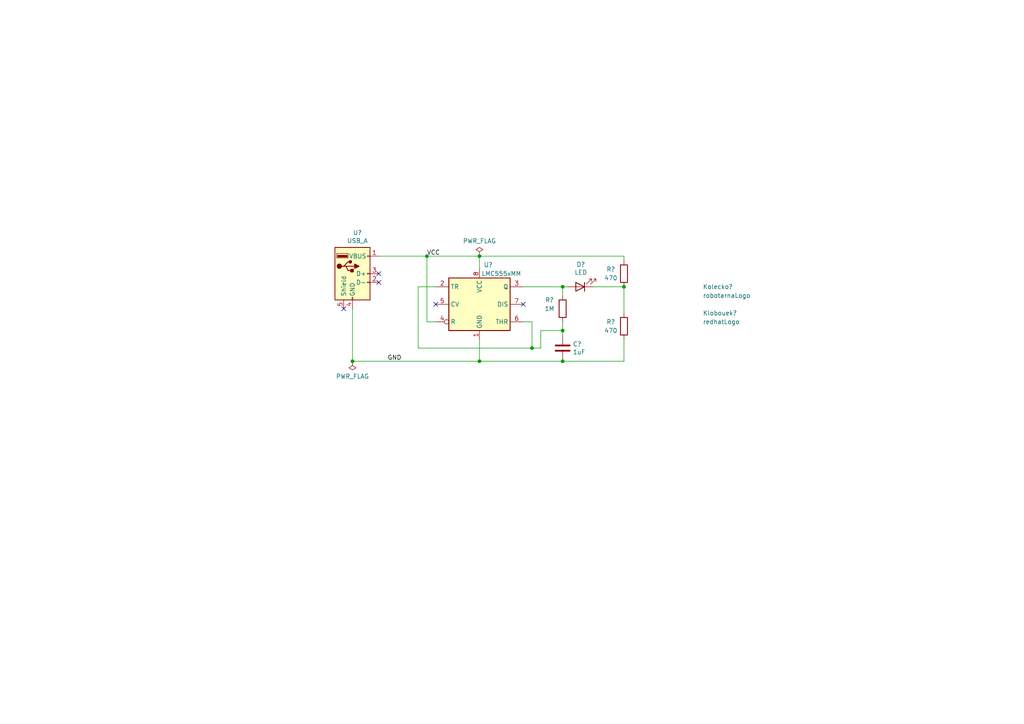
<source format=kicad_sch>
(kicad_sch (version 20211123) (generator eeschema)
  (paper "A4")
  (lib_symbols
    (symbol "Device:C" (pin_numbers hide) (pin_names (offset 0.254))
      (property "Reference" "C" (at 0.635 2.54 0))
      (property "Value" "C" (at 0.635 -2.54 0))
      (symbol "C_0_1"
        (polyline (pts (xy -2.032 -0.762) (xy 2.032 -0.762)) (stroke (width 0.508)))
        (polyline (pts (xy -2.032 0.762) (xy 2.032 0.762)) (stroke (width 0.508)))
      )
      (symbol "C_1_1"
        (pin passive line (at 0 3.81 270) (length 2.794) (name "~") (number "1"))
        (pin passive line (at 0 -3.81 90) (length 2.794) (name "~") (number "2"))
      )
    )
    (symbol "Device:LED" (pin_numbers hide) (pin_names (offset 1.016) hide)
      (property "Reference" "D" (at 0 2.54 0))
      (property "Value" "LED" (at 0 -2.54 0))
      (symbol "LED_0_1"
        (polyline (pts (xy -1.27 -1.27) (xy -1.27 1.27)) (stroke (width 0.254)))
        (polyline (pts (xy -1.27 0) (xy 1.27 0)))
        (polyline (pts (xy 1.27 -1.27) (xy 1.27 1.27) (xy -1.27 0) (xy 1.27 -1.27)) (stroke (width 0.254)))
        (polyline (pts (xy -3.048 -0.762) (xy -4.572 -2.286) (xy -3.81 -2.286) (xy -4.572 -2.286) (xy -4.572 -1.524)))
        (polyline (pts (xy -1.778 -0.762) (xy -3.302 -2.286) (xy -2.54 -2.286) (xy -3.302 -2.286) (xy -3.302 -1.524)))
      )
      (symbol "LED_1_1"
        (pin passive line (at -3.81 0 0) (length 2.54) (name "K") (number "1"))
        (pin passive line (at 3.81 0 180) (length 2.54) (name "A") (number "2"))
      )
    )
    (symbol "Device:R" (pin_numbers hide) (pin_names (offset 0))
      (property "Reference" "R" (at 2.032 0 90))
      (property "Value" "R" (at 0 0 90))
      (symbol "R_0_1"
        (rectangle (start -1.016 -2.54) (end 1.016 2.54) (stroke (width 0.254)))
      )
      (symbol "R_1_1"
        (pin passive line (at 0 3.81 270) (length 1.27) (name "~") (number "1"))
        (pin passive line (at 0 -3.81 90) (length 1.27) (name "~") (number "2"))
      )
    )
    (symbol "Robotarna_KiCad_Library:redhatLogo"
      (property "Reference" "Klobouek" (at 0 0 0))
      (property "Value" "redhatLogo" (at 0 -2.54 0))
    )
    (symbol "Robotarna_KiCad_Library:robotarnaLogo"
      (property "Reference" "Kolecko" (at 0 0 0))
      (property "Value" "robotarnaLogo" (at 0 -2.54 0))
    )
    (symbol "Timer:LMC555xMM"
      (property "Reference" "U" (at -10.16 8.89 0))
      (property "Value" "LMC555xMM" (at 2.54 8.89 0))
      (symbol "LMC555xMM_0_0"
        (pin power_in line (at 0 -10.16 90) (length 2.54) (name "GND") (number "1"))
        (pin power_in line (at 0 10.16 270) (length 2.54) (name "VCC") (number "8"))
      )
      (symbol "LMC555xMM_0_1"
        (rectangle (start -8.89 -7.62) (end 8.89 7.62) (stroke (width 0.254)) (fill (type background)))
        (rectangle (start -8.89 -7.62) (end 8.89 7.62) (stroke (width 0.254)) (fill (type background)))
      )
      (symbol "LMC555xMM_1_1"
        (pin input line (at -12.7 5.08 0) (length 3.81) (name "TR") (number "2"))
        (pin output line (at 12.7 5.08 180) (length 3.81) (name "Q") (number "3"))
        (pin input inverted (at -12.7 -5.08 0) (length 3.81) (name "R") (number "4"))
        (pin input line (at -12.7 0 0) (length 3.81) (name "CV") (number "5"))
        (pin input line (at 12.7 -5.08 180) (length 3.81) (name "THR") (number "6"))
        (pin input line (at 12.7 0 180) (length 3.81) (name "DIS") (number "7"))
      )
    )
    (symbol "power:PWR_FLAG" (power) (pin_numbers hide) (pin_names (offset 0) hide)
      (property "Value" "PWR_FLAG" (at 0 3.81 0))
      (symbol "PWR_FLAG_0_0"
        (pin power_out line (at 0 0 90) (length 0) (name "pwr") (number "1"))
      )
      (symbol "PWR_FLAG_0_1"
        (polyline (pts (xy 0 0) (xy 0 1.27) (xy -1.016 1.905) (xy 0 2.54) (xy 1.016 1.905) (xy 0 1.27)))
      )
    )
    (symbol "solderingChallenge-rescue:USB_A-Connector" (pin_names (offset 1.016))
      (property "Reference" "J" (at -5.08 11.43 0))
      (property "Value" "USB_A-Connector" (at -5.08 8.89 0))
      (symbol "USB_A-Connector_0_1"
        (rectangle (start -5.08 -7.62) (end 5.08 7.62) (stroke (width 0.254)) (fill (type background)))
        (circle (center -3.81 2.159) (radius 0.635) (stroke (width 0.254)) (fill (type outline)))
        (rectangle (start -1.524 4.826) (end -4.318 5.334) (fill (type outline)))
        (rectangle (start -1.27 4.572) (end -4.572 5.842))
        (circle (center -0.635 3.429) (radius 0.381) (stroke (width 0.254)) (fill (type outline)))
        (rectangle (start -0.127 -7.62) (end 0.127 -6.858))
        (polyline (pts (xy -3.175 2.159) (xy -2.54 2.159) (xy -1.27 3.429) (xy -0.635 3.429)) (stroke (width 0.254)))
        (polyline (pts (xy -2.54 2.159) (xy -1.905 2.159) (xy -1.27 0.889) (xy 0 0.889)) (stroke (width 0.254)))
        (polyline (pts (xy 0.635 2.794) (xy 0.635 1.524) (xy 1.905 2.159) (xy 0.635 2.794)) (stroke (width 0.254)) (fill (type outline)))
        (rectangle (start 0.254 1.27) (end -0.508 0.508) (stroke (width 0.254)) (fill (type outline)))
        (rectangle (start 5.08 -2.667) (end 4.318 -2.413))
        (rectangle (start 5.08 -0.127) (end 4.318 0.127))
        (rectangle (start 5.08 4.953) (end 4.318 5.207))
      )
      (symbol "USB_A-Connector_1_1"
        (polyline (pts (xy -1.905 2.159) (xy 0.635 2.159)) (stroke (width 0.254)))
        (pin power_in line (at 7.62 5.08 180) (length 2.54) (name "VBUS") (number "1"))
        (pin passive line (at 7.62 -2.54 180) (length 2.54) (name "D-") (number "2"))
        (pin passive line (at 7.62 0 180) (length 2.54) (name "D+") (number "3"))
        (pin power_in line (at 0 -10.16 90) (length 2.54) (name "GND") (number "4"))
        (pin passive line (at -2.54 -10.16 90) (length 2.54) (name "Shield") (number "5"))
      )
    )
  )
  (junction (at 163.195 83.185))
  (junction (at 163.195 95.885))
  (junction (at 139.065 74.295))
  (junction (at 102.235 104.775))
  (junction (at 154.305 100.965))
  (junction (at 163.195 104.775))
  (junction (at 123.825 74.295))
  (junction (at 139.065 104.775))
  (junction (at 180.975 83.185))
  (no_connect (at 126.365 88.265))
  (no_connect (at 99.695 89.535))
  (no_connect (at 151.765 88.265))
  (no_connect (at 109.855 79.375))
  (no_connect (at 109.855 81.915))
  (wire (pts (xy 109.855 74.295) (xy 123.825 74.295)))
  (wire (pts (xy 151.765 83.185) (xy 163.195 83.185)))
  (wire (pts (xy 126.365 93.345) (xy 123.825 93.345)))
  (wire (pts (xy 123.825 74.295) (xy 139.065 74.295)))
  (wire (pts (xy 163.195 83.185) (xy 163.195 85.725)))
  (wire (pts (xy 102.235 104.775) (xy 102.235 89.535)))
  (wire (pts (xy 156.845 100.965) (xy 156.845 95.885)))
  (wire (pts (xy 180.975 98.425) (xy 180.975 104.775)))
  (wire (pts (xy 121.285 83.185) (xy 121.285 100.965)))
  (wire (pts (xy 151.765 93.345) (xy 154.305 93.345)))
  (wire (pts (xy 154.305 93.345) (xy 154.305 100.965)))
  (wire (pts (xy 180.975 83.185) (xy 180.975 90.805)))
  (wire (pts (xy 180.975 104.775) (xy 163.195 104.775)))
  (wire (pts (xy 180.975 74.295) (xy 180.975 75.565)))
  (wire (pts (xy 163.195 104.775) (xy 139.065 104.775)))
  (wire (pts (xy 139.065 74.295) (xy 180.975 74.295)))
  (wire (pts (xy 139.065 78.105) (xy 139.065 74.295)))
  (wire (pts (xy 154.305 100.965) (xy 156.845 100.965)))
  (wire (pts (xy 163.195 95.885) (xy 163.195 97.155)))
  (wire (pts (xy 126.365 83.185) (xy 121.285 83.185)))
  (wire (pts (xy 163.195 93.345) (xy 163.195 95.885)))
  (wire (pts (xy 123.825 93.345) (xy 123.825 74.295)))
  (wire (pts (xy 121.285 100.965) (xy 154.305 100.965)))
  (wire (pts (xy 172.085 83.185) (xy 180.975 83.185)))
  (wire (pts (xy 156.845 95.885) (xy 163.195 95.885)))
  (wire (pts (xy 102.235 104.775) (xy 139.065 104.775)))
  (wire (pts (xy 163.195 83.185) (xy 164.465 83.185)))
  (wire (pts (xy 139.065 104.775) (xy 139.065 98.425)))
  (label "VCC" (at 123.825 74.295 0))
  (label "GND" (at 112.395 104.775 0))
  (symbol (lib_id "Robotarna_KiCad_Library:robotarnaLogo") (at 207.645 80.645 0) (unit 1)
    (property "Reference" "Kolecko?" (at 203.835 83.185 0) (effects (justify left)))
    (property "Value" "robotarnaLogo" (at 203.835 85.725 0) (effects (justify left)))
    (property "Footprint" "Robotarna_KiCad_Library:RobotarnaLogo-6mm" (effects hide))
  )
  (symbol (lib_id "Device:C") (at 163.195 100.965 0) (unit 1)
    (property "Reference" "C?" (at 166.116 99.7966 0) (effects (justify left)))
    (property "Value" "1uF" (at 166.116 102.108 0) (effects (justify left)))
    (property "Footprint" "Capacitor_SMD:C_0603_1608Metric_Pad1.08x0.95mm_HandSolder" (effects hide))
  )
  (symbol (lib_id "Device:LED") (at 168.275 83.185 180) (unit 1)
    (property "Reference" "D?" (at 168.4528 76.708 0))
    (property "Value" "LED" (at 168.4528 79.0194 0))
    (property "Footprint" "LED_SMD:LED_0603_1608Metric_Pad1.05x0.95mm_HandSolder" (effects hide))
  )
  (symbol (lib_id "Device:R") (at 163.195 89.535 0) (unit 1)
    (property "Reference" "R?" (at 159.385 86.995 0))
    (property "Value" "1M" (at 159.385 89.535 0))
    (property "Footprint" "Resistor_SMD:R_0603_1608Metric_Pad0.98x0.95mm_HandSolder" (effects hide))
  )
  (symbol (lib_id "Device:R") (at 180.975 94.615 0) (unit 1)
    (property "Reference" "R?" (at 177.165 93.345 0))
    (property "Value" "470" (at 177.165 95.885 0))
    (property "Footprint" "Resistor_SMD:R_0603_1608Metric_Pad0.98x0.95mm_HandSolder" (effects hide))
  )
  (symbol (lib_id "solderingChallenge-rescue:USB_A-Connector") (at 102.235 79.375 0) (unit 1)
    (property "Reference" "U?" (at 103.6828 67.5132 0))
    (property "Value" "USB_A" (at 103.6828 69.8246 0))
    (property "Footprint" "Robotarna_KiCad_Library:usb-PCB" (effects hide))
    (property "Datasheet" " ~" (effects hide))
  )
  (symbol (lib_id "power:PWR_FLAG") (at 139.065 74.295 0) (unit 1)
    (property "Reference" "#U?" (effects hide))
    (property "Value" "PWR_FLAG" (at 139.065 69.9008 0))
  )
  (symbol (lib_id "Robotarna_KiCad_Library:redhatLogo") (at 202.565 92.075 0) (unit 1)
    (property "Reference" "Klobouek?" (at 203.835 90.8049 0) (effects (justify left)))
    (property "Value" "redhatLogo" (at 203.835 93.3449 0) (effects (justify left)))
    (property "Footprint" "Robotarna_KiCad_Library:RedhatLogo" (effects hide))
  )
  (symbol (lib_id "Device:R") (at 180.975 79.375 0) (unit 1)
    (property "Reference" "R?" (at 177.165 78.105 0))
    (property "Value" "470" (at 177.165 80.645 0))
    (property "Footprint" "Resistor_SMD:R_0603_1608Metric_Pad0.98x0.95mm_HandSolder" (effects hide))
  )
  (symbol (lib_id "Timer:LMC555xMM") (at 139.065 88.265 0) (unit 1)
    (property "Reference" "U?" (at 141.605 76.835 0))
    (property "Value" "LMC555xMM" (at 145.415 79.375 0))
    (property "Footprint" "Package_SO:VSSOP-8_3.0x3.0mm_P0.65mm" (effects hide))
    (property "Datasheet" "http://www.ti.com/lit/ds/symlink/lmc555.pdf" (effects hide))
  )
  (symbol (lib_id "power:PWR_FLAG") (at 102.235 104.775 180) (unit 1)
    (property "Reference" "#U?" (effects hide))
    (property "Value" "PWR_FLAG" (at 102.235 109.1692 0))
  )
)
</source>
